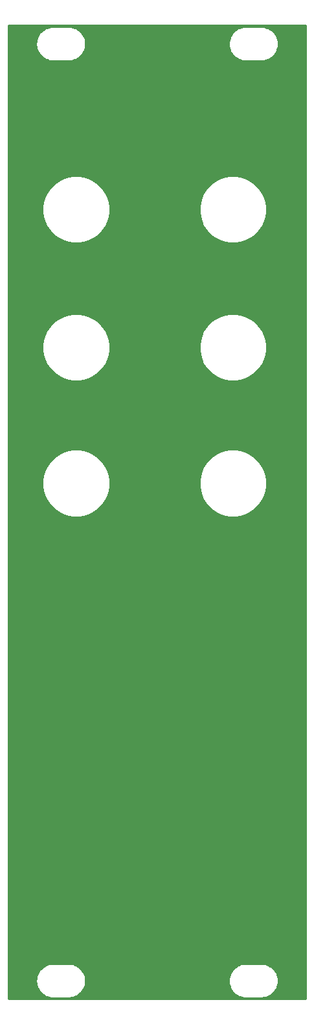
<source format=gbr>
G04 #@! TF.GenerationSoftware,KiCad,Pcbnew,(5.1.9-0-10_14)*
G04 #@! TF.CreationDate,2021-02-15T22:11:41-08:00*
G04 #@! TF.ProjectId,resonate,7265736f-6e61-4746-952e-6b696361645f,rev?*
G04 #@! TF.SameCoordinates,Original*
G04 #@! TF.FileFunction,Copper,L2,Bot*
G04 #@! TF.FilePolarity,Positive*
%FSLAX46Y46*%
G04 Gerber Fmt 4.6, Leading zero omitted, Abs format (unit mm)*
G04 Created by KiCad (PCBNEW (5.1.9-0-10_14)) date 2021-02-15 22:11:41*
%MOMM*%
%LPD*%
G01*
G04 APERTURE LIST*
G04 #@! TA.AperFunction,ComponentPad*
%ADD10C,6.100000*%
G04 #@! TD*
G04 #@! TA.AperFunction,Conductor*
%ADD11C,0.254000*%
G04 #@! TD*
G04 #@! TA.AperFunction,Conductor*
%ADD12C,0.100000*%
G04 #@! TD*
G04 APERTURE END LIST*
D10*
X135000000Y2500000D03*
X125000000Y2500000D03*
X115000000Y2500000D03*
X105000000Y2500000D03*
X105000000Y18000000D03*
X115000000Y18000000D03*
X125000000Y18000000D03*
X135000000Y18000000D03*
D11*
X139540001Y-27840000D02*
X100660000Y-27840000D01*
X100660000Y-25451353D01*
X104242755Y-25451353D01*
X104243173Y-25511171D01*
X104242755Y-25570988D01*
X104243655Y-25580160D01*
X104276296Y-25890715D01*
X104288320Y-25949291D01*
X104299532Y-26008070D01*
X104302196Y-26016892D01*
X104394535Y-26315192D01*
X104417715Y-26370335D01*
X104440124Y-26425800D01*
X104444451Y-26433937D01*
X104592972Y-26708621D01*
X104626417Y-26758205D01*
X104659177Y-26808268D01*
X104665001Y-26815409D01*
X104864047Y-27056013D01*
X104906482Y-27098154D01*
X104948346Y-27140903D01*
X104955446Y-27146777D01*
X105197435Y-27344138D01*
X105247259Y-27377241D01*
X105296615Y-27411036D01*
X105304721Y-27415419D01*
X105580435Y-27562019D01*
X105635704Y-27584799D01*
X105690724Y-27608381D01*
X105699527Y-27611105D01*
X105998465Y-27701359D01*
X106057138Y-27712976D01*
X106115655Y-27725415D01*
X106124820Y-27726378D01*
X106435594Y-27756850D01*
X106435598Y-27756850D01*
X106467581Y-27760000D01*
X108532419Y-27760000D01*
X108565986Y-27756694D01*
X108586744Y-27756694D01*
X108595909Y-27755731D01*
X108906228Y-27720923D01*
X108964731Y-27708487D01*
X109023419Y-27696867D01*
X109032222Y-27694142D01*
X109329870Y-27599723D01*
X109384792Y-27576183D01*
X109440159Y-27553363D01*
X109448265Y-27548979D01*
X109721904Y-27398544D01*
X109771217Y-27364779D01*
X109821088Y-27331645D01*
X109828188Y-27325770D01*
X110067397Y-27125049D01*
X110109241Y-27082320D01*
X110151694Y-27040162D01*
X110157519Y-27033020D01*
X110353185Y-26789660D01*
X110385938Y-26739608D01*
X110419391Y-26690013D01*
X110423714Y-26681881D01*
X110423717Y-26681877D01*
X110423719Y-26681873D01*
X110568388Y-26405146D01*
X110590785Y-26349711D01*
X110613978Y-26294539D01*
X110616641Y-26285717D01*
X110704807Y-25986156D01*
X110716007Y-25927440D01*
X110728045Y-25868798D01*
X110728944Y-25859627D01*
X110757245Y-25548647D01*
X110756827Y-25488830D01*
X110757088Y-25451353D01*
X129442755Y-25451353D01*
X129443173Y-25511171D01*
X129442755Y-25570988D01*
X129443655Y-25580160D01*
X129476296Y-25890715D01*
X129488320Y-25949291D01*
X129499532Y-26008070D01*
X129502196Y-26016892D01*
X129594535Y-26315192D01*
X129617715Y-26370335D01*
X129640124Y-26425800D01*
X129644451Y-26433937D01*
X129792972Y-26708621D01*
X129826417Y-26758205D01*
X129859177Y-26808268D01*
X129865001Y-26815409D01*
X130064047Y-27056013D01*
X130106482Y-27098154D01*
X130148346Y-27140903D01*
X130155446Y-27146777D01*
X130397435Y-27344138D01*
X130447259Y-27377241D01*
X130496615Y-27411036D01*
X130504721Y-27415419D01*
X130780435Y-27562019D01*
X130835704Y-27584799D01*
X130890724Y-27608381D01*
X130899527Y-27611105D01*
X131198465Y-27701359D01*
X131257138Y-27712976D01*
X131315655Y-27725415D01*
X131324820Y-27726378D01*
X131635594Y-27756850D01*
X131635598Y-27756850D01*
X131667581Y-27760000D01*
X133732419Y-27760000D01*
X133765986Y-27756694D01*
X133786744Y-27756694D01*
X133795909Y-27755731D01*
X134106228Y-27720923D01*
X134164731Y-27708487D01*
X134223419Y-27696867D01*
X134232222Y-27694142D01*
X134529870Y-27599723D01*
X134584792Y-27576183D01*
X134640159Y-27553363D01*
X134648265Y-27548979D01*
X134921904Y-27398544D01*
X134971217Y-27364779D01*
X135021088Y-27331645D01*
X135028188Y-27325770D01*
X135267397Y-27125049D01*
X135309241Y-27082320D01*
X135351694Y-27040162D01*
X135357519Y-27033020D01*
X135553185Y-26789660D01*
X135585938Y-26739608D01*
X135619391Y-26690013D01*
X135623714Y-26681881D01*
X135623717Y-26681877D01*
X135623719Y-26681873D01*
X135768388Y-26405146D01*
X135790785Y-26349711D01*
X135813978Y-26294539D01*
X135816641Y-26285717D01*
X135904807Y-25986156D01*
X135916007Y-25927440D01*
X135928045Y-25868798D01*
X135928944Y-25859627D01*
X135957245Y-25548647D01*
X135956827Y-25488830D01*
X135957245Y-25429012D01*
X135956345Y-25419841D01*
X135923704Y-25109285D01*
X135911680Y-25050709D01*
X135900468Y-24991930D01*
X135897804Y-24983108D01*
X135805465Y-24684808D01*
X135782280Y-24629653D01*
X135759876Y-24574200D01*
X135755549Y-24566064D01*
X135755549Y-24566063D01*
X135755546Y-24566059D01*
X135607028Y-24291379D01*
X135573583Y-24241795D01*
X135540823Y-24191732D01*
X135534999Y-24184591D01*
X135335954Y-23943987D01*
X135293535Y-23901863D01*
X135251655Y-23859097D01*
X135244554Y-23853223D01*
X135002565Y-23655862D01*
X134952741Y-23622759D01*
X134903385Y-23588964D01*
X134895279Y-23584581D01*
X134619566Y-23437981D01*
X134564269Y-23415189D01*
X134509275Y-23391619D01*
X134500472Y-23388895D01*
X134201535Y-23298641D01*
X134142862Y-23287024D01*
X134084345Y-23274585D01*
X134075180Y-23273622D01*
X133764405Y-23243150D01*
X133764402Y-23243150D01*
X133732419Y-23240000D01*
X131667581Y-23240000D01*
X131634014Y-23243306D01*
X131613256Y-23243306D01*
X131604091Y-23244269D01*
X131293771Y-23279077D01*
X131235298Y-23291506D01*
X131176581Y-23303132D01*
X131167778Y-23305858D01*
X130870130Y-23400277D01*
X130815147Y-23423843D01*
X130759841Y-23446638D01*
X130751735Y-23451021D01*
X130478095Y-23601456D01*
X130428748Y-23635245D01*
X130378913Y-23668355D01*
X130371812Y-23674229D01*
X130132603Y-23874951D01*
X130090759Y-23917681D01*
X130048305Y-23959839D01*
X130042481Y-23966980D01*
X129846814Y-24210340D01*
X129814055Y-24260400D01*
X129780609Y-24309986D01*
X129776283Y-24318123D01*
X129631612Y-24594854D01*
X129609215Y-24650289D01*
X129586022Y-24705461D01*
X129583359Y-24714283D01*
X129495193Y-25013844D01*
X129483993Y-25072560D01*
X129471955Y-25131202D01*
X129471056Y-25140373D01*
X129442755Y-25451353D01*
X110757088Y-25451353D01*
X110757245Y-25429012D01*
X110756345Y-25419841D01*
X110723704Y-25109285D01*
X110711680Y-25050709D01*
X110700468Y-24991930D01*
X110697804Y-24983108D01*
X110605465Y-24684808D01*
X110582280Y-24629653D01*
X110559876Y-24574200D01*
X110555549Y-24566064D01*
X110555549Y-24566063D01*
X110555546Y-24566059D01*
X110407028Y-24291379D01*
X110373583Y-24241795D01*
X110340823Y-24191732D01*
X110334999Y-24184591D01*
X110135954Y-23943987D01*
X110093535Y-23901863D01*
X110051655Y-23859097D01*
X110044554Y-23853223D01*
X109802565Y-23655862D01*
X109752741Y-23622759D01*
X109703385Y-23588964D01*
X109695279Y-23584581D01*
X109419566Y-23437981D01*
X109364269Y-23415189D01*
X109309275Y-23391619D01*
X109300472Y-23388895D01*
X109001535Y-23298641D01*
X108942862Y-23287024D01*
X108884345Y-23274585D01*
X108875180Y-23273622D01*
X108564405Y-23243150D01*
X108564402Y-23243150D01*
X108532419Y-23240000D01*
X106467581Y-23240000D01*
X106434014Y-23243306D01*
X106413256Y-23243306D01*
X106404091Y-23244269D01*
X106093771Y-23279077D01*
X106035298Y-23291506D01*
X105976581Y-23303132D01*
X105967778Y-23305858D01*
X105670130Y-23400277D01*
X105615147Y-23423843D01*
X105559841Y-23446638D01*
X105551735Y-23451021D01*
X105278095Y-23601456D01*
X105228748Y-23635245D01*
X105178913Y-23668355D01*
X105171812Y-23674229D01*
X104932603Y-23874951D01*
X104890759Y-23917681D01*
X104848305Y-23959839D01*
X104842481Y-23966980D01*
X104646814Y-24210340D01*
X104614055Y-24260400D01*
X104580609Y-24309986D01*
X104576283Y-24318123D01*
X104431612Y-24594854D01*
X104409215Y-24650289D01*
X104386022Y-24705461D01*
X104383359Y-24714283D01*
X104295193Y-25013844D01*
X104283993Y-25072560D01*
X104271955Y-25131202D01*
X104271056Y-25140373D01*
X104242755Y-25451353D01*
X100660000Y-25451353D01*
X100660000Y39934216D01*
X105091332Y39934216D01*
X105091332Y39065784D01*
X105260754Y38214039D01*
X105593089Y37411712D01*
X106075564Y36689638D01*
X106689638Y36075564D01*
X107411712Y35593089D01*
X108214039Y35260754D01*
X109065784Y35091332D01*
X109934216Y35091332D01*
X110785961Y35260754D01*
X111588288Y35593089D01*
X112310362Y36075564D01*
X112924436Y36689638D01*
X113406911Y37411712D01*
X113739246Y38214039D01*
X113908668Y39065784D01*
X113908668Y39934216D01*
X125591332Y39934216D01*
X125591332Y39065784D01*
X125760754Y38214039D01*
X126093089Y37411712D01*
X126575564Y36689638D01*
X127189638Y36075564D01*
X127911712Y35593089D01*
X128714039Y35260754D01*
X129565784Y35091332D01*
X130434216Y35091332D01*
X131285961Y35260754D01*
X132088288Y35593089D01*
X132810362Y36075564D01*
X133424436Y36689638D01*
X133906911Y37411712D01*
X134239246Y38214039D01*
X134408668Y39065784D01*
X134408668Y39934216D01*
X134239246Y40785961D01*
X133906911Y41588288D01*
X133424436Y42310362D01*
X132810362Y42924436D01*
X132088288Y43406911D01*
X131285961Y43739246D01*
X130434216Y43908668D01*
X129565784Y43908668D01*
X128714039Y43739246D01*
X127911712Y43406911D01*
X127189638Y42924436D01*
X126575564Y42310362D01*
X126093089Y41588288D01*
X125760754Y40785961D01*
X125591332Y39934216D01*
X113908668Y39934216D01*
X113739246Y40785961D01*
X113406911Y41588288D01*
X112924436Y42310362D01*
X112310362Y42924436D01*
X111588288Y43406911D01*
X110785961Y43739246D01*
X109934216Y43908668D01*
X109065784Y43908668D01*
X108214039Y43739246D01*
X107411712Y43406911D01*
X106689638Y42924436D01*
X106075564Y42310362D01*
X105593089Y41588288D01*
X105260754Y40785961D01*
X105091332Y39934216D01*
X100660000Y39934216D01*
X100660000Y57684216D01*
X105091332Y57684216D01*
X105091332Y56815784D01*
X105260754Y55964039D01*
X105593089Y55161712D01*
X106075564Y54439638D01*
X106689638Y53825564D01*
X107411712Y53343089D01*
X108214039Y53010754D01*
X109065784Y52841332D01*
X109934216Y52841332D01*
X110785961Y53010754D01*
X111588288Y53343089D01*
X112310362Y53825564D01*
X112924436Y54439638D01*
X113406911Y55161712D01*
X113739246Y55964039D01*
X113908668Y56815784D01*
X113908668Y57684216D01*
X125591332Y57684216D01*
X125591332Y56815784D01*
X125760754Y55964039D01*
X126093089Y55161712D01*
X126575564Y54439638D01*
X127189638Y53825564D01*
X127911712Y53343089D01*
X128714039Y53010754D01*
X129565784Y52841332D01*
X130434216Y52841332D01*
X131285961Y53010754D01*
X132088288Y53343089D01*
X132810362Y53825564D01*
X133424436Y54439638D01*
X133906911Y55161712D01*
X134239246Y55964039D01*
X134408668Y56815784D01*
X134408668Y57684216D01*
X134239246Y58535961D01*
X133906911Y59338288D01*
X133424436Y60060362D01*
X132810362Y60674436D01*
X132088288Y61156911D01*
X131285961Y61489246D01*
X130434216Y61658668D01*
X129565784Y61658668D01*
X128714039Y61489246D01*
X127911712Y61156911D01*
X127189638Y60674436D01*
X126575564Y60060362D01*
X126093089Y59338288D01*
X125760754Y58535961D01*
X125591332Y57684216D01*
X113908668Y57684216D01*
X113739246Y58535961D01*
X113406911Y59338288D01*
X112924436Y60060362D01*
X112310362Y60674436D01*
X111588288Y61156911D01*
X110785961Y61489246D01*
X109934216Y61658668D01*
X109065784Y61658668D01*
X108214039Y61489246D01*
X107411712Y61156911D01*
X106689638Y60674436D01*
X106075564Y60060362D01*
X105593089Y59338288D01*
X105260754Y58535961D01*
X105091332Y57684216D01*
X100660000Y57684216D01*
X100660000Y75684216D01*
X105091332Y75684216D01*
X105091332Y74815784D01*
X105260754Y73964039D01*
X105593089Y73161712D01*
X106075564Y72439638D01*
X106689638Y71825564D01*
X107411712Y71343089D01*
X108214039Y71010754D01*
X109065784Y70841332D01*
X109934216Y70841332D01*
X110785961Y71010754D01*
X111588288Y71343089D01*
X112310362Y71825564D01*
X112924436Y72439638D01*
X113406911Y73161712D01*
X113739246Y73964039D01*
X113908668Y74815784D01*
X113908668Y75684216D01*
X125591332Y75684216D01*
X125591332Y74815784D01*
X125760754Y73964039D01*
X126093089Y73161712D01*
X126575564Y72439638D01*
X127189638Y71825564D01*
X127911712Y71343089D01*
X128714039Y71010754D01*
X129565784Y70841332D01*
X130434216Y70841332D01*
X131285961Y71010754D01*
X132088288Y71343089D01*
X132810362Y71825564D01*
X133424436Y72439638D01*
X133906911Y73161712D01*
X134239246Y73964039D01*
X134408668Y74815784D01*
X134408668Y75684216D01*
X134239246Y76535961D01*
X133906911Y77338288D01*
X133424436Y78060362D01*
X132810362Y78674436D01*
X132088288Y79156911D01*
X131285961Y79489246D01*
X130434216Y79658668D01*
X129565784Y79658668D01*
X128714039Y79489246D01*
X127911712Y79156911D01*
X127189638Y78674436D01*
X126575564Y78060362D01*
X126093089Y77338288D01*
X125760754Y76535961D01*
X125591332Y75684216D01*
X113908668Y75684216D01*
X113739246Y76535961D01*
X113406911Y77338288D01*
X112924436Y78060362D01*
X112310362Y78674436D01*
X111588288Y79156911D01*
X110785961Y79489246D01*
X109934216Y79658668D01*
X109065784Y79658668D01*
X108214039Y79489246D01*
X107411712Y79156911D01*
X106689638Y78674436D01*
X106075564Y78060362D01*
X105593089Y77338288D01*
X105260754Y76535961D01*
X105091332Y75684216D01*
X100660000Y75684216D01*
X100660000Y96948647D01*
X104242755Y96948647D01*
X104243173Y96888829D01*
X104242755Y96829012D01*
X104243655Y96819840D01*
X104276296Y96509285D01*
X104288320Y96450709D01*
X104299532Y96391930D01*
X104302196Y96383108D01*
X104394535Y96084808D01*
X104417715Y96029665D01*
X104440124Y95974200D01*
X104444451Y95966063D01*
X104592972Y95691379D01*
X104626417Y95641795D01*
X104659177Y95591732D01*
X104665001Y95584591D01*
X104864047Y95343987D01*
X104906482Y95301846D01*
X104948346Y95259097D01*
X104955446Y95253223D01*
X105197435Y95055862D01*
X105247259Y95022759D01*
X105296615Y94988964D01*
X105304721Y94984581D01*
X105580435Y94837981D01*
X105635704Y94815201D01*
X105690724Y94791619D01*
X105699527Y94788895D01*
X105998465Y94698641D01*
X106057138Y94687024D01*
X106115655Y94674585D01*
X106124820Y94673622D01*
X106435594Y94643150D01*
X106435598Y94643150D01*
X106467581Y94640000D01*
X108532419Y94640000D01*
X108565986Y94643306D01*
X108586744Y94643306D01*
X108595909Y94644269D01*
X108906228Y94679077D01*
X108964731Y94691513D01*
X109023419Y94703133D01*
X109032222Y94705858D01*
X109329870Y94800277D01*
X109384792Y94823817D01*
X109440159Y94846637D01*
X109448265Y94851021D01*
X109721904Y95001456D01*
X109771217Y95035221D01*
X109821088Y95068355D01*
X109828188Y95074230D01*
X110067397Y95274951D01*
X110109241Y95317680D01*
X110151694Y95359838D01*
X110157519Y95366980D01*
X110353185Y95610340D01*
X110385938Y95660392D01*
X110419391Y95709987D01*
X110423714Y95718119D01*
X110423717Y95718123D01*
X110423719Y95718127D01*
X110568388Y95994854D01*
X110590785Y96050289D01*
X110613978Y96105461D01*
X110616641Y96114283D01*
X110704807Y96413844D01*
X110716007Y96472560D01*
X110728045Y96531202D01*
X110728944Y96540373D01*
X110757245Y96851353D01*
X110756827Y96911171D01*
X110757088Y96948647D01*
X129442755Y96948647D01*
X129443173Y96888829D01*
X129442755Y96829012D01*
X129443655Y96819840D01*
X129476296Y96509285D01*
X129488320Y96450709D01*
X129499532Y96391930D01*
X129502196Y96383108D01*
X129594535Y96084808D01*
X129617715Y96029665D01*
X129640124Y95974200D01*
X129644451Y95966063D01*
X129792972Y95691379D01*
X129826417Y95641795D01*
X129859177Y95591732D01*
X129865001Y95584591D01*
X130064047Y95343987D01*
X130106482Y95301846D01*
X130148346Y95259097D01*
X130155446Y95253223D01*
X130397435Y95055862D01*
X130447259Y95022759D01*
X130496615Y94988964D01*
X130504721Y94984581D01*
X130780435Y94837981D01*
X130835704Y94815201D01*
X130890724Y94791619D01*
X130899527Y94788895D01*
X131198465Y94698641D01*
X131257138Y94687024D01*
X131315655Y94674585D01*
X131324820Y94673622D01*
X131635594Y94643150D01*
X131635598Y94643150D01*
X131667581Y94640000D01*
X133732419Y94640000D01*
X133765986Y94643306D01*
X133786744Y94643306D01*
X133795909Y94644269D01*
X134106228Y94679077D01*
X134164731Y94691513D01*
X134223419Y94703133D01*
X134232222Y94705858D01*
X134529870Y94800277D01*
X134584792Y94823817D01*
X134640159Y94846637D01*
X134648265Y94851021D01*
X134921904Y95001456D01*
X134971217Y95035221D01*
X135021088Y95068355D01*
X135028188Y95074230D01*
X135267397Y95274951D01*
X135309241Y95317680D01*
X135351694Y95359838D01*
X135357519Y95366980D01*
X135553185Y95610340D01*
X135585938Y95660392D01*
X135619391Y95709987D01*
X135623714Y95718119D01*
X135623717Y95718123D01*
X135623719Y95718127D01*
X135768388Y95994854D01*
X135790785Y96050289D01*
X135813978Y96105461D01*
X135816641Y96114283D01*
X135904807Y96413844D01*
X135916007Y96472560D01*
X135928045Y96531202D01*
X135928944Y96540373D01*
X135957245Y96851353D01*
X135956827Y96911170D01*
X135957245Y96970988D01*
X135956345Y96980159D01*
X135923704Y97290715D01*
X135911680Y97349291D01*
X135900468Y97408070D01*
X135897804Y97416892D01*
X135805465Y97715192D01*
X135782280Y97770347D01*
X135759876Y97825800D01*
X135755549Y97833936D01*
X135755549Y97833937D01*
X135755546Y97833941D01*
X135607028Y98108621D01*
X135573583Y98158205D01*
X135540823Y98208268D01*
X135534999Y98215409D01*
X135335954Y98456013D01*
X135293535Y98498137D01*
X135251655Y98540903D01*
X135244554Y98546777D01*
X135002565Y98744138D01*
X134952741Y98777241D01*
X134903385Y98811036D01*
X134895279Y98815419D01*
X134619566Y98962019D01*
X134564269Y98984811D01*
X134509275Y99008381D01*
X134500472Y99011105D01*
X134201535Y99101359D01*
X134142862Y99112976D01*
X134084345Y99125415D01*
X134075180Y99126378D01*
X133764405Y99156850D01*
X133764402Y99156850D01*
X133732419Y99160000D01*
X131667581Y99160000D01*
X131634014Y99156694D01*
X131613256Y99156694D01*
X131604091Y99155731D01*
X131293771Y99120923D01*
X131235298Y99108494D01*
X131176581Y99096868D01*
X131167778Y99094142D01*
X130870130Y98999723D01*
X130815147Y98976157D01*
X130759841Y98953362D01*
X130751735Y98948979D01*
X130478095Y98798544D01*
X130428748Y98764755D01*
X130378913Y98731645D01*
X130371812Y98725771D01*
X130132603Y98525049D01*
X130090759Y98482319D01*
X130048305Y98440161D01*
X130042481Y98433020D01*
X129846814Y98189660D01*
X129814055Y98139600D01*
X129780609Y98090014D01*
X129776283Y98081877D01*
X129631612Y97805146D01*
X129609215Y97749711D01*
X129586022Y97694539D01*
X129583359Y97685717D01*
X129495193Y97386156D01*
X129483993Y97327440D01*
X129471955Y97268798D01*
X129471056Y97259627D01*
X129442755Y96948647D01*
X110757088Y96948647D01*
X110757245Y96970988D01*
X110756345Y96980159D01*
X110723704Y97290715D01*
X110711680Y97349291D01*
X110700468Y97408070D01*
X110697804Y97416892D01*
X110605465Y97715192D01*
X110582280Y97770347D01*
X110559876Y97825800D01*
X110555549Y97833936D01*
X110555549Y97833937D01*
X110555546Y97833941D01*
X110407028Y98108621D01*
X110373583Y98158205D01*
X110340823Y98208268D01*
X110334999Y98215409D01*
X110135954Y98456013D01*
X110093535Y98498137D01*
X110051655Y98540903D01*
X110044554Y98546777D01*
X109802565Y98744138D01*
X109752741Y98777241D01*
X109703385Y98811036D01*
X109695279Y98815419D01*
X109419566Y98962019D01*
X109364269Y98984811D01*
X109309275Y99008381D01*
X109300472Y99011105D01*
X109001535Y99101359D01*
X108942862Y99112976D01*
X108884345Y99125415D01*
X108875180Y99126378D01*
X108564405Y99156850D01*
X108564402Y99156850D01*
X108532419Y99160000D01*
X106467581Y99160000D01*
X106434014Y99156694D01*
X106413256Y99156694D01*
X106404091Y99155731D01*
X106093771Y99120923D01*
X106035298Y99108494D01*
X105976581Y99096868D01*
X105967778Y99094142D01*
X105670130Y98999723D01*
X105615147Y98976157D01*
X105559841Y98953362D01*
X105551735Y98948979D01*
X105278095Y98798544D01*
X105228748Y98764755D01*
X105178913Y98731645D01*
X105171812Y98725771D01*
X104932603Y98525049D01*
X104890759Y98482319D01*
X104848305Y98440161D01*
X104842481Y98433020D01*
X104646814Y98189660D01*
X104614055Y98139600D01*
X104580609Y98090014D01*
X104576283Y98081877D01*
X104431612Y97805146D01*
X104409215Y97749711D01*
X104386022Y97694539D01*
X104383359Y97685717D01*
X104295193Y97386156D01*
X104283993Y97327440D01*
X104271955Y97268798D01*
X104271056Y97259627D01*
X104242755Y96948647D01*
X100660000Y96948647D01*
X100660000Y99340000D01*
X139540000Y99340000D01*
X139540001Y-27840000D01*
G04 #@! TA.AperFunction,Conductor*
D12*
G36*
X139540001Y-27840000D02*
G01*
X100660000Y-27840000D01*
X100660000Y-25451353D01*
X104242755Y-25451353D01*
X104243173Y-25511171D01*
X104242755Y-25570988D01*
X104243655Y-25580160D01*
X104276296Y-25890715D01*
X104288320Y-25949291D01*
X104299532Y-26008070D01*
X104302196Y-26016892D01*
X104394535Y-26315192D01*
X104417715Y-26370335D01*
X104440124Y-26425800D01*
X104444451Y-26433937D01*
X104592972Y-26708621D01*
X104626417Y-26758205D01*
X104659177Y-26808268D01*
X104665001Y-26815409D01*
X104864047Y-27056013D01*
X104906482Y-27098154D01*
X104948346Y-27140903D01*
X104955446Y-27146777D01*
X105197435Y-27344138D01*
X105247259Y-27377241D01*
X105296615Y-27411036D01*
X105304721Y-27415419D01*
X105580435Y-27562019D01*
X105635704Y-27584799D01*
X105690724Y-27608381D01*
X105699527Y-27611105D01*
X105998465Y-27701359D01*
X106057138Y-27712976D01*
X106115655Y-27725415D01*
X106124820Y-27726378D01*
X106435594Y-27756850D01*
X106435598Y-27756850D01*
X106467581Y-27760000D01*
X108532419Y-27760000D01*
X108565986Y-27756694D01*
X108586744Y-27756694D01*
X108595909Y-27755731D01*
X108906228Y-27720923D01*
X108964731Y-27708487D01*
X109023419Y-27696867D01*
X109032222Y-27694142D01*
X109329870Y-27599723D01*
X109384792Y-27576183D01*
X109440159Y-27553363D01*
X109448265Y-27548979D01*
X109721904Y-27398544D01*
X109771217Y-27364779D01*
X109821088Y-27331645D01*
X109828188Y-27325770D01*
X110067397Y-27125049D01*
X110109241Y-27082320D01*
X110151694Y-27040162D01*
X110157519Y-27033020D01*
X110353185Y-26789660D01*
X110385938Y-26739608D01*
X110419391Y-26690013D01*
X110423714Y-26681881D01*
X110423717Y-26681877D01*
X110423719Y-26681873D01*
X110568388Y-26405146D01*
X110590785Y-26349711D01*
X110613978Y-26294539D01*
X110616641Y-26285717D01*
X110704807Y-25986156D01*
X110716007Y-25927440D01*
X110728045Y-25868798D01*
X110728944Y-25859627D01*
X110757245Y-25548647D01*
X110756827Y-25488830D01*
X110757088Y-25451353D01*
X129442755Y-25451353D01*
X129443173Y-25511171D01*
X129442755Y-25570988D01*
X129443655Y-25580160D01*
X129476296Y-25890715D01*
X129488320Y-25949291D01*
X129499532Y-26008070D01*
X129502196Y-26016892D01*
X129594535Y-26315192D01*
X129617715Y-26370335D01*
X129640124Y-26425800D01*
X129644451Y-26433937D01*
X129792972Y-26708621D01*
X129826417Y-26758205D01*
X129859177Y-26808268D01*
X129865001Y-26815409D01*
X130064047Y-27056013D01*
X130106482Y-27098154D01*
X130148346Y-27140903D01*
X130155446Y-27146777D01*
X130397435Y-27344138D01*
X130447259Y-27377241D01*
X130496615Y-27411036D01*
X130504721Y-27415419D01*
X130780435Y-27562019D01*
X130835704Y-27584799D01*
X130890724Y-27608381D01*
X130899527Y-27611105D01*
X131198465Y-27701359D01*
X131257138Y-27712976D01*
X131315655Y-27725415D01*
X131324820Y-27726378D01*
X131635594Y-27756850D01*
X131635598Y-27756850D01*
X131667581Y-27760000D01*
X133732419Y-27760000D01*
X133765986Y-27756694D01*
X133786744Y-27756694D01*
X133795909Y-27755731D01*
X134106228Y-27720923D01*
X134164731Y-27708487D01*
X134223419Y-27696867D01*
X134232222Y-27694142D01*
X134529870Y-27599723D01*
X134584792Y-27576183D01*
X134640159Y-27553363D01*
X134648265Y-27548979D01*
X134921904Y-27398544D01*
X134971217Y-27364779D01*
X135021088Y-27331645D01*
X135028188Y-27325770D01*
X135267397Y-27125049D01*
X135309241Y-27082320D01*
X135351694Y-27040162D01*
X135357519Y-27033020D01*
X135553185Y-26789660D01*
X135585938Y-26739608D01*
X135619391Y-26690013D01*
X135623714Y-26681881D01*
X135623717Y-26681877D01*
X135623719Y-26681873D01*
X135768388Y-26405146D01*
X135790785Y-26349711D01*
X135813978Y-26294539D01*
X135816641Y-26285717D01*
X135904807Y-25986156D01*
X135916007Y-25927440D01*
X135928045Y-25868798D01*
X135928944Y-25859627D01*
X135957245Y-25548647D01*
X135956827Y-25488830D01*
X135957245Y-25429012D01*
X135956345Y-25419841D01*
X135923704Y-25109285D01*
X135911680Y-25050709D01*
X135900468Y-24991930D01*
X135897804Y-24983108D01*
X135805465Y-24684808D01*
X135782280Y-24629653D01*
X135759876Y-24574200D01*
X135755549Y-24566064D01*
X135755549Y-24566063D01*
X135755546Y-24566059D01*
X135607028Y-24291379D01*
X135573583Y-24241795D01*
X135540823Y-24191732D01*
X135534999Y-24184591D01*
X135335954Y-23943987D01*
X135293535Y-23901863D01*
X135251655Y-23859097D01*
X135244554Y-23853223D01*
X135002565Y-23655862D01*
X134952741Y-23622759D01*
X134903385Y-23588964D01*
X134895279Y-23584581D01*
X134619566Y-23437981D01*
X134564269Y-23415189D01*
X134509275Y-23391619D01*
X134500472Y-23388895D01*
X134201535Y-23298641D01*
X134142862Y-23287024D01*
X134084345Y-23274585D01*
X134075180Y-23273622D01*
X133764405Y-23243150D01*
X133764402Y-23243150D01*
X133732419Y-23240000D01*
X131667581Y-23240000D01*
X131634014Y-23243306D01*
X131613256Y-23243306D01*
X131604091Y-23244269D01*
X131293771Y-23279077D01*
X131235298Y-23291506D01*
X131176581Y-23303132D01*
X131167778Y-23305858D01*
X130870130Y-23400277D01*
X130815147Y-23423843D01*
X130759841Y-23446638D01*
X130751735Y-23451021D01*
X130478095Y-23601456D01*
X130428748Y-23635245D01*
X130378913Y-23668355D01*
X130371812Y-23674229D01*
X130132603Y-23874951D01*
X130090759Y-23917681D01*
X130048305Y-23959839D01*
X130042481Y-23966980D01*
X129846814Y-24210340D01*
X129814055Y-24260400D01*
X129780609Y-24309986D01*
X129776283Y-24318123D01*
X129631612Y-24594854D01*
X129609215Y-24650289D01*
X129586022Y-24705461D01*
X129583359Y-24714283D01*
X129495193Y-25013844D01*
X129483993Y-25072560D01*
X129471955Y-25131202D01*
X129471056Y-25140373D01*
X129442755Y-25451353D01*
X110757088Y-25451353D01*
X110757245Y-25429012D01*
X110756345Y-25419841D01*
X110723704Y-25109285D01*
X110711680Y-25050709D01*
X110700468Y-24991930D01*
X110697804Y-24983108D01*
X110605465Y-24684808D01*
X110582280Y-24629653D01*
X110559876Y-24574200D01*
X110555549Y-24566064D01*
X110555549Y-24566063D01*
X110555546Y-24566059D01*
X110407028Y-24291379D01*
X110373583Y-24241795D01*
X110340823Y-24191732D01*
X110334999Y-24184591D01*
X110135954Y-23943987D01*
X110093535Y-23901863D01*
X110051655Y-23859097D01*
X110044554Y-23853223D01*
X109802565Y-23655862D01*
X109752741Y-23622759D01*
X109703385Y-23588964D01*
X109695279Y-23584581D01*
X109419566Y-23437981D01*
X109364269Y-23415189D01*
X109309275Y-23391619D01*
X109300472Y-23388895D01*
X109001535Y-23298641D01*
X108942862Y-23287024D01*
X108884345Y-23274585D01*
X108875180Y-23273622D01*
X108564405Y-23243150D01*
X108564402Y-23243150D01*
X108532419Y-23240000D01*
X106467581Y-23240000D01*
X106434014Y-23243306D01*
X106413256Y-23243306D01*
X106404091Y-23244269D01*
X106093771Y-23279077D01*
X106035298Y-23291506D01*
X105976581Y-23303132D01*
X105967778Y-23305858D01*
X105670130Y-23400277D01*
X105615147Y-23423843D01*
X105559841Y-23446638D01*
X105551735Y-23451021D01*
X105278095Y-23601456D01*
X105228748Y-23635245D01*
X105178913Y-23668355D01*
X105171812Y-23674229D01*
X104932603Y-23874951D01*
X104890759Y-23917681D01*
X104848305Y-23959839D01*
X104842481Y-23966980D01*
X104646814Y-24210340D01*
X104614055Y-24260400D01*
X104580609Y-24309986D01*
X104576283Y-24318123D01*
X104431612Y-24594854D01*
X104409215Y-24650289D01*
X104386022Y-24705461D01*
X104383359Y-24714283D01*
X104295193Y-25013844D01*
X104283993Y-25072560D01*
X104271955Y-25131202D01*
X104271056Y-25140373D01*
X104242755Y-25451353D01*
X100660000Y-25451353D01*
X100660000Y39934216D01*
X105091332Y39934216D01*
X105091332Y39065784D01*
X105260754Y38214039D01*
X105593089Y37411712D01*
X106075564Y36689638D01*
X106689638Y36075564D01*
X107411712Y35593089D01*
X108214039Y35260754D01*
X109065784Y35091332D01*
X109934216Y35091332D01*
X110785961Y35260754D01*
X111588288Y35593089D01*
X112310362Y36075564D01*
X112924436Y36689638D01*
X113406911Y37411712D01*
X113739246Y38214039D01*
X113908668Y39065784D01*
X113908668Y39934216D01*
X125591332Y39934216D01*
X125591332Y39065784D01*
X125760754Y38214039D01*
X126093089Y37411712D01*
X126575564Y36689638D01*
X127189638Y36075564D01*
X127911712Y35593089D01*
X128714039Y35260754D01*
X129565784Y35091332D01*
X130434216Y35091332D01*
X131285961Y35260754D01*
X132088288Y35593089D01*
X132810362Y36075564D01*
X133424436Y36689638D01*
X133906911Y37411712D01*
X134239246Y38214039D01*
X134408668Y39065784D01*
X134408668Y39934216D01*
X134239246Y40785961D01*
X133906911Y41588288D01*
X133424436Y42310362D01*
X132810362Y42924436D01*
X132088288Y43406911D01*
X131285961Y43739246D01*
X130434216Y43908668D01*
X129565784Y43908668D01*
X128714039Y43739246D01*
X127911712Y43406911D01*
X127189638Y42924436D01*
X126575564Y42310362D01*
X126093089Y41588288D01*
X125760754Y40785961D01*
X125591332Y39934216D01*
X113908668Y39934216D01*
X113739246Y40785961D01*
X113406911Y41588288D01*
X112924436Y42310362D01*
X112310362Y42924436D01*
X111588288Y43406911D01*
X110785961Y43739246D01*
X109934216Y43908668D01*
X109065784Y43908668D01*
X108214039Y43739246D01*
X107411712Y43406911D01*
X106689638Y42924436D01*
X106075564Y42310362D01*
X105593089Y41588288D01*
X105260754Y40785961D01*
X105091332Y39934216D01*
X100660000Y39934216D01*
X100660000Y57684216D01*
X105091332Y57684216D01*
X105091332Y56815784D01*
X105260754Y55964039D01*
X105593089Y55161712D01*
X106075564Y54439638D01*
X106689638Y53825564D01*
X107411712Y53343089D01*
X108214039Y53010754D01*
X109065784Y52841332D01*
X109934216Y52841332D01*
X110785961Y53010754D01*
X111588288Y53343089D01*
X112310362Y53825564D01*
X112924436Y54439638D01*
X113406911Y55161712D01*
X113739246Y55964039D01*
X113908668Y56815784D01*
X113908668Y57684216D01*
X125591332Y57684216D01*
X125591332Y56815784D01*
X125760754Y55964039D01*
X126093089Y55161712D01*
X126575564Y54439638D01*
X127189638Y53825564D01*
X127911712Y53343089D01*
X128714039Y53010754D01*
X129565784Y52841332D01*
X130434216Y52841332D01*
X131285961Y53010754D01*
X132088288Y53343089D01*
X132810362Y53825564D01*
X133424436Y54439638D01*
X133906911Y55161712D01*
X134239246Y55964039D01*
X134408668Y56815784D01*
X134408668Y57684216D01*
X134239246Y58535961D01*
X133906911Y59338288D01*
X133424436Y60060362D01*
X132810362Y60674436D01*
X132088288Y61156911D01*
X131285961Y61489246D01*
X130434216Y61658668D01*
X129565784Y61658668D01*
X128714039Y61489246D01*
X127911712Y61156911D01*
X127189638Y60674436D01*
X126575564Y60060362D01*
X126093089Y59338288D01*
X125760754Y58535961D01*
X125591332Y57684216D01*
X113908668Y57684216D01*
X113739246Y58535961D01*
X113406911Y59338288D01*
X112924436Y60060362D01*
X112310362Y60674436D01*
X111588288Y61156911D01*
X110785961Y61489246D01*
X109934216Y61658668D01*
X109065784Y61658668D01*
X108214039Y61489246D01*
X107411712Y61156911D01*
X106689638Y60674436D01*
X106075564Y60060362D01*
X105593089Y59338288D01*
X105260754Y58535961D01*
X105091332Y57684216D01*
X100660000Y57684216D01*
X100660000Y75684216D01*
X105091332Y75684216D01*
X105091332Y74815784D01*
X105260754Y73964039D01*
X105593089Y73161712D01*
X106075564Y72439638D01*
X106689638Y71825564D01*
X107411712Y71343089D01*
X108214039Y71010754D01*
X109065784Y70841332D01*
X109934216Y70841332D01*
X110785961Y71010754D01*
X111588288Y71343089D01*
X112310362Y71825564D01*
X112924436Y72439638D01*
X113406911Y73161712D01*
X113739246Y73964039D01*
X113908668Y74815784D01*
X113908668Y75684216D01*
X125591332Y75684216D01*
X125591332Y74815784D01*
X125760754Y73964039D01*
X126093089Y73161712D01*
X126575564Y72439638D01*
X127189638Y71825564D01*
X127911712Y71343089D01*
X128714039Y71010754D01*
X129565784Y70841332D01*
X130434216Y70841332D01*
X131285961Y71010754D01*
X132088288Y71343089D01*
X132810362Y71825564D01*
X133424436Y72439638D01*
X133906911Y73161712D01*
X134239246Y73964039D01*
X134408668Y74815784D01*
X134408668Y75684216D01*
X134239246Y76535961D01*
X133906911Y77338288D01*
X133424436Y78060362D01*
X132810362Y78674436D01*
X132088288Y79156911D01*
X131285961Y79489246D01*
X130434216Y79658668D01*
X129565784Y79658668D01*
X128714039Y79489246D01*
X127911712Y79156911D01*
X127189638Y78674436D01*
X126575564Y78060362D01*
X126093089Y77338288D01*
X125760754Y76535961D01*
X125591332Y75684216D01*
X113908668Y75684216D01*
X113739246Y76535961D01*
X113406911Y77338288D01*
X112924436Y78060362D01*
X112310362Y78674436D01*
X111588288Y79156911D01*
X110785961Y79489246D01*
X109934216Y79658668D01*
X109065784Y79658668D01*
X108214039Y79489246D01*
X107411712Y79156911D01*
X106689638Y78674436D01*
X106075564Y78060362D01*
X105593089Y77338288D01*
X105260754Y76535961D01*
X105091332Y75684216D01*
X100660000Y75684216D01*
X100660000Y96948647D01*
X104242755Y96948647D01*
X104243173Y96888829D01*
X104242755Y96829012D01*
X104243655Y96819840D01*
X104276296Y96509285D01*
X104288320Y96450709D01*
X104299532Y96391930D01*
X104302196Y96383108D01*
X104394535Y96084808D01*
X104417715Y96029665D01*
X104440124Y95974200D01*
X104444451Y95966063D01*
X104592972Y95691379D01*
X104626417Y95641795D01*
X104659177Y95591732D01*
X104665001Y95584591D01*
X104864047Y95343987D01*
X104906482Y95301846D01*
X104948346Y95259097D01*
X104955446Y95253223D01*
X105197435Y95055862D01*
X105247259Y95022759D01*
X105296615Y94988964D01*
X105304721Y94984581D01*
X105580435Y94837981D01*
X105635704Y94815201D01*
X105690724Y94791619D01*
X105699527Y94788895D01*
X105998465Y94698641D01*
X106057138Y94687024D01*
X106115655Y94674585D01*
X106124820Y94673622D01*
X106435594Y94643150D01*
X106435598Y94643150D01*
X106467581Y94640000D01*
X108532419Y94640000D01*
X108565986Y94643306D01*
X108586744Y94643306D01*
X108595909Y94644269D01*
X108906228Y94679077D01*
X108964731Y94691513D01*
X109023419Y94703133D01*
X109032222Y94705858D01*
X109329870Y94800277D01*
X109384792Y94823817D01*
X109440159Y94846637D01*
X109448265Y94851021D01*
X109721904Y95001456D01*
X109771217Y95035221D01*
X109821088Y95068355D01*
X109828188Y95074230D01*
X110067397Y95274951D01*
X110109241Y95317680D01*
X110151694Y95359838D01*
X110157519Y95366980D01*
X110353185Y95610340D01*
X110385938Y95660392D01*
X110419391Y95709987D01*
X110423714Y95718119D01*
X110423717Y95718123D01*
X110423719Y95718127D01*
X110568388Y95994854D01*
X110590785Y96050289D01*
X110613978Y96105461D01*
X110616641Y96114283D01*
X110704807Y96413844D01*
X110716007Y96472560D01*
X110728045Y96531202D01*
X110728944Y96540373D01*
X110757245Y96851353D01*
X110756827Y96911171D01*
X110757088Y96948647D01*
X129442755Y96948647D01*
X129443173Y96888829D01*
X129442755Y96829012D01*
X129443655Y96819840D01*
X129476296Y96509285D01*
X129488320Y96450709D01*
X129499532Y96391930D01*
X129502196Y96383108D01*
X129594535Y96084808D01*
X129617715Y96029665D01*
X129640124Y95974200D01*
X129644451Y95966063D01*
X129792972Y95691379D01*
X129826417Y95641795D01*
X129859177Y95591732D01*
X129865001Y95584591D01*
X130064047Y95343987D01*
X130106482Y95301846D01*
X130148346Y95259097D01*
X130155446Y95253223D01*
X130397435Y95055862D01*
X130447259Y95022759D01*
X130496615Y94988964D01*
X130504721Y94984581D01*
X130780435Y94837981D01*
X130835704Y94815201D01*
X130890724Y94791619D01*
X130899527Y94788895D01*
X131198465Y94698641D01*
X131257138Y94687024D01*
X131315655Y94674585D01*
X131324820Y94673622D01*
X131635594Y94643150D01*
X131635598Y94643150D01*
X131667581Y94640000D01*
X133732419Y94640000D01*
X133765986Y94643306D01*
X133786744Y94643306D01*
X133795909Y94644269D01*
X134106228Y94679077D01*
X134164731Y94691513D01*
X134223419Y94703133D01*
X134232222Y94705858D01*
X134529870Y94800277D01*
X134584792Y94823817D01*
X134640159Y94846637D01*
X134648265Y94851021D01*
X134921904Y95001456D01*
X134971217Y95035221D01*
X135021088Y95068355D01*
X135028188Y95074230D01*
X135267397Y95274951D01*
X135309241Y95317680D01*
X135351694Y95359838D01*
X135357519Y95366980D01*
X135553185Y95610340D01*
X135585938Y95660392D01*
X135619391Y95709987D01*
X135623714Y95718119D01*
X135623717Y95718123D01*
X135623719Y95718127D01*
X135768388Y95994854D01*
X135790785Y96050289D01*
X135813978Y96105461D01*
X135816641Y96114283D01*
X135904807Y96413844D01*
X135916007Y96472560D01*
X135928045Y96531202D01*
X135928944Y96540373D01*
X135957245Y96851353D01*
X135956827Y96911170D01*
X135957245Y96970988D01*
X135956345Y96980159D01*
X135923704Y97290715D01*
X135911680Y97349291D01*
X135900468Y97408070D01*
X135897804Y97416892D01*
X135805465Y97715192D01*
X135782280Y97770347D01*
X135759876Y97825800D01*
X135755549Y97833936D01*
X135755549Y97833937D01*
X135755546Y97833941D01*
X135607028Y98108621D01*
X135573583Y98158205D01*
X135540823Y98208268D01*
X135534999Y98215409D01*
X135335954Y98456013D01*
X135293535Y98498137D01*
X135251655Y98540903D01*
X135244554Y98546777D01*
X135002565Y98744138D01*
X134952741Y98777241D01*
X134903385Y98811036D01*
X134895279Y98815419D01*
X134619566Y98962019D01*
X134564269Y98984811D01*
X134509275Y99008381D01*
X134500472Y99011105D01*
X134201535Y99101359D01*
X134142862Y99112976D01*
X134084345Y99125415D01*
X134075180Y99126378D01*
X133764405Y99156850D01*
X133764402Y99156850D01*
X133732419Y99160000D01*
X131667581Y99160000D01*
X131634014Y99156694D01*
X131613256Y99156694D01*
X131604091Y99155731D01*
X131293771Y99120923D01*
X131235298Y99108494D01*
X131176581Y99096868D01*
X131167778Y99094142D01*
X130870130Y98999723D01*
X130815147Y98976157D01*
X130759841Y98953362D01*
X130751735Y98948979D01*
X130478095Y98798544D01*
X130428748Y98764755D01*
X130378913Y98731645D01*
X130371812Y98725771D01*
X130132603Y98525049D01*
X130090759Y98482319D01*
X130048305Y98440161D01*
X130042481Y98433020D01*
X129846814Y98189660D01*
X129814055Y98139600D01*
X129780609Y98090014D01*
X129776283Y98081877D01*
X129631612Y97805146D01*
X129609215Y97749711D01*
X129586022Y97694539D01*
X129583359Y97685717D01*
X129495193Y97386156D01*
X129483993Y97327440D01*
X129471955Y97268798D01*
X129471056Y97259627D01*
X129442755Y96948647D01*
X110757088Y96948647D01*
X110757245Y96970988D01*
X110756345Y96980159D01*
X110723704Y97290715D01*
X110711680Y97349291D01*
X110700468Y97408070D01*
X110697804Y97416892D01*
X110605465Y97715192D01*
X110582280Y97770347D01*
X110559876Y97825800D01*
X110555549Y97833936D01*
X110555549Y97833937D01*
X110555546Y97833941D01*
X110407028Y98108621D01*
X110373583Y98158205D01*
X110340823Y98208268D01*
X110334999Y98215409D01*
X110135954Y98456013D01*
X110093535Y98498137D01*
X110051655Y98540903D01*
X110044554Y98546777D01*
X109802565Y98744138D01*
X109752741Y98777241D01*
X109703385Y98811036D01*
X109695279Y98815419D01*
X109419566Y98962019D01*
X109364269Y98984811D01*
X109309275Y99008381D01*
X109300472Y99011105D01*
X109001535Y99101359D01*
X108942862Y99112976D01*
X108884345Y99125415D01*
X108875180Y99126378D01*
X108564405Y99156850D01*
X108564402Y99156850D01*
X108532419Y99160000D01*
X106467581Y99160000D01*
X106434014Y99156694D01*
X106413256Y99156694D01*
X106404091Y99155731D01*
X106093771Y99120923D01*
X106035298Y99108494D01*
X105976581Y99096868D01*
X105967778Y99094142D01*
X105670130Y98999723D01*
X105615147Y98976157D01*
X105559841Y98953362D01*
X105551735Y98948979D01*
X105278095Y98798544D01*
X105228748Y98764755D01*
X105178913Y98731645D01*
X105171812Y98725771D01*
X104932603Y98525049D01*
X104890759Y98482319D01*
X104848305Y98440161D01*
X104842481Y98433020D01*
X104646814Y98189660D01*
X104614055Y98139600D01*
X104580609Y98090014D01*
X104576283Y98081877D01*
X104431612Y97805146D01*
X104409215Y97749711D01*
X104386022Y97694539D01*
X104383359Y97685717D01*
X104295193Y97386156D01*
X104283993Y97327440D01*
X104271955Y97268798D01*
X104271056Y97259627D01*
X104242755Y96948647D01*
X100660000Y96948647D01*
X100660000Y99340000D01*
X139540000Y99340000D01*
X139540001Y-27840000D01*
G37*
G04 #@! TD.AperFunction*
M02*

</source>
